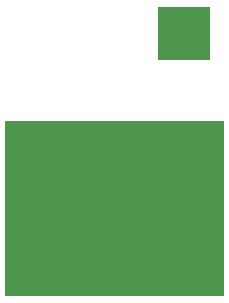
<source format=gbr>
%TF.GenerationSoftware,Altium Limited,Altium Designer,22.5.1 (42)*%
G04 Layer_Color=16711935*
%FSLAX45Y45*%
%MOMM*%
%TF.SameCoordinates,176CDB2E-7B72-45DB-8ACB-ACD3A9543041*%
%TF.FilePolarity,Positive*%
%TF.FileFunction,Other,Mechanical_5*%
%TF.Part,Single*%
G01*
G75*
G36*
X5142800Y26501D02*
Y1505499D01*
X6993800D01*
Y26501D01*
X5142800D01*
D02*
G37*
G36*
X6431280Y2473960D02*
X6878320D01*
Y2021840D01*
X6431280D01*
Y2473960D01*
D02*
G37*
%TF.MD5,8551f9cad6a0ccc6c8ee3c3c15338650*%
M02*

</source>
